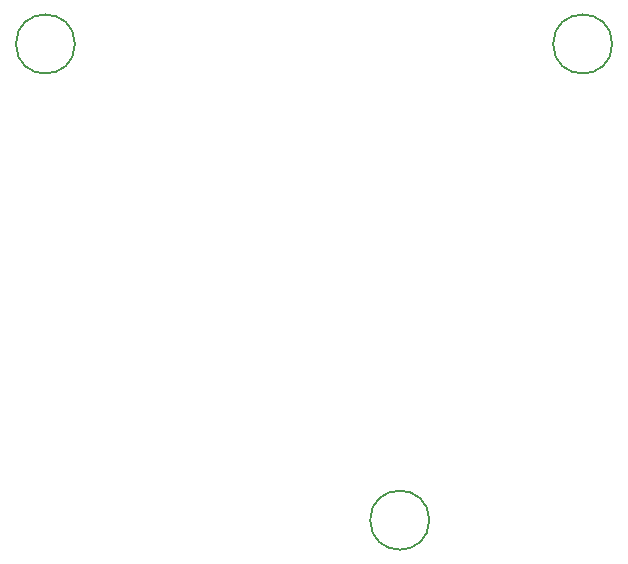
<source format=gbr>
%TF.GenerationSoftware,KiCad,Pcbnew,(6.0.9)*%
%TF.CreationDate,2023-01-27T17:05:39-09:00*%
%TF.ProjectId,GAUGE_Standby Altimeter,47415547-455f-4537-9461-6e6462792041,rev?*%
%TF.SameCoordinates,Original*%
%TF.FileFunction,Other,Comment*%
%FSLAX46Y46*%
G04 Gerber Fmt 4.6, Leading zero omitted, Abs format (unit mm)*
G04 Created by KiCad (PCBNEW (6.0.9)) date 2023-01-27 17:05:39*
%MOMM*%
%LPD*%
G01*
G04 APERTURE LIST*
%ADD10C,0.150000*%
G04 APERTURE END LIST*
D10*
%TO.C,H3*%
X198602017Y-116313568D02*
G75*
G03*
X198602017Y-116313568I-2500000J0D01*
G01*
%TO.C,H2*%
X214092098Y-75997987D02*
G75*
G03*
X214092098Y-75997987I-2500000J0D01*
G01*
%TO.C,H1*%
X168602018Y-75997987D02*
G75*
G03*
X168602018Y-75997987I-2500000J0D01*
G01*
%TD*%
M02*

</source>
